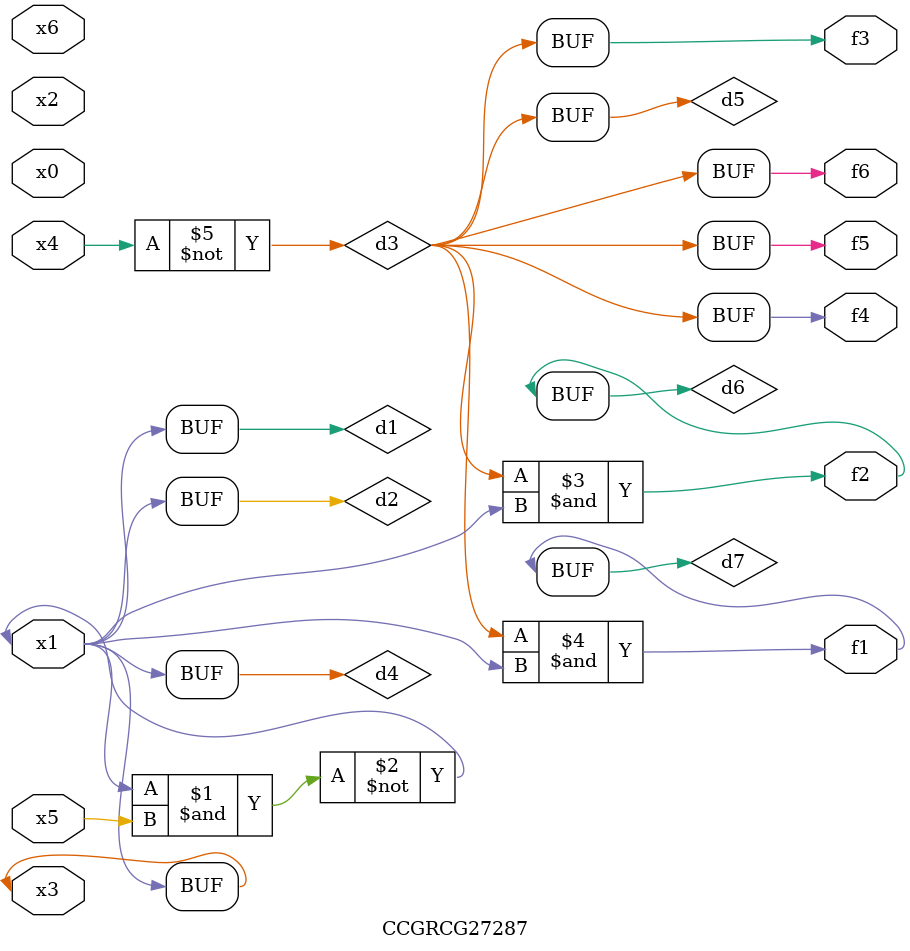
<source format=v>
module CCGRCG27287(
	input x0, x1, x2, x3, x4, x5, x6,
	output f1, f2, f3, f4, f5, f6
);

	wire d1, d2, d3, d4, d5, d6, d7;

	buf (d1, x1, x3);
	nand (d2, x1, x5);
	not (d3, x4);
	buf (d4, d1, d2);
	buf (d5, d3);
	and (d6, d3, d4);
	and (d7, d3, d4);
	assign f1 = d7;
	assign f2 = d6;
	assign f3 = d5;
	assign f4 = d5;
	assign f5 = d5;
	assign f6 = d5;
endmodule

</source>
